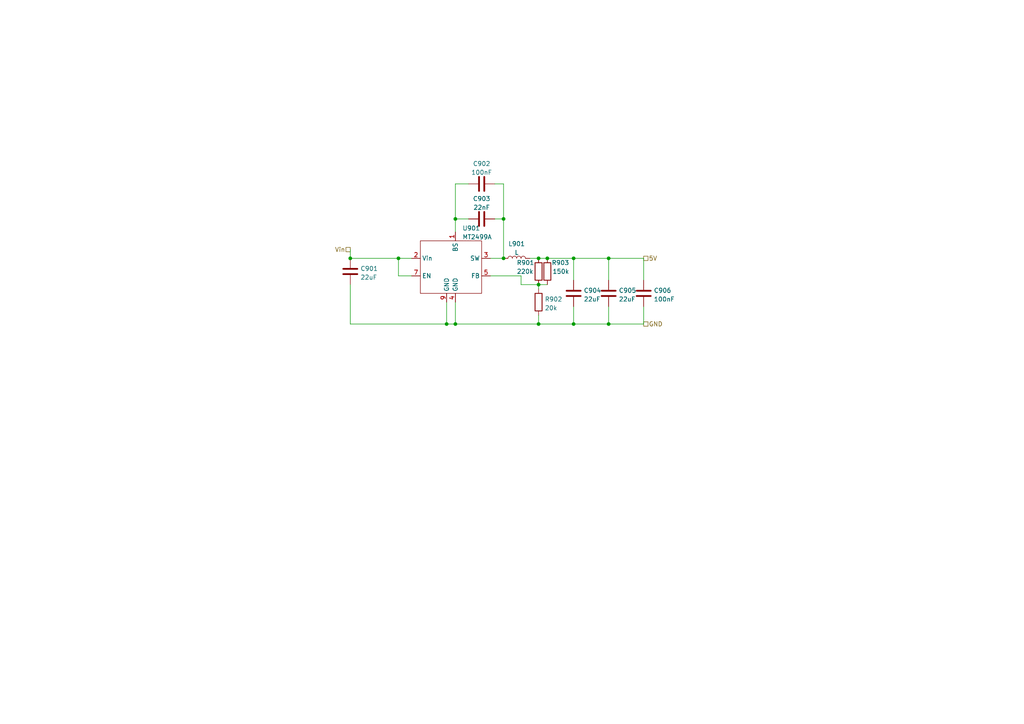
<source format=kicad_sch>
(kicad_sch (version 20230121) (generator eeschema)
  (paper "A4")
  (title_block (company "Train-Science"))
  (lib_symbols
    (symbol "Device:C" (pin_numbers hide) (pin_names (offset 0.254))
      (property "Reference" "C" (at 0.635 2.54 0))
      (property "Value" "C" (at 0.635 -2.54 0))
      (symbol "C_0_1"
        (polyline (pts (xy -2.032 -0.762) (xy 2.032 -0.762)) (stroke (width 0.508)))
        (polyline (pts (xy -2.032 0.762) (xy 2.032 0.762)) (stroke (width 0.508)))
      )
      (symbol "C_1_1"
        (pin passive line (at 0 3.81 270) (length 2.794) (name "~") (number "1"))
        (pin passive line (at 0 -3.81 90) (length 2.794) (name "~") (number "2"))
      )
    )
    (symbol "Device:L" (pin_numbers hide) (pin_names (offset 1.016) hide)
      (property "Reference" "L" (at -1.27 0 90))
      (property "Value" "L" (at 1.905 0 90))
      (symbol "L_0_1"
        (arc (start 0 -2.54) (mid 0.6323 -1.905) (end 0 -1.27))
        (arc (start 0 -1.27) (mid 0.6323 -0.635) (end 0 0))
        (arc (start 0 0) (mid 0.6323 0.635) (end 0 1.27))
        (arc (start 0 1.27) (mid 0.6323 1.905) (end 0 2.54))
      )
      (symbol "L_1_1"
        (pin passive line (at 0 3.81 270) (length 1.27) (name "1") (number "1"))
        (pin passive line (at 0 -3.81 90) (length 1.27) (name "2") (number "2"))
      )
    )
    (symbol "Device:R" (pin_numbers hide) (pin_names (offset 0))
      (property "Reference" "R" (at 2.032 0 90))
      (property "Value" "R" (at 0 0 90))
      (symbol "R_0_1"
        (rectangle (start -1.016 -2.54) (end 1.016 2.54) (stroke (width 0.254)))
      )
      (symbol "R_1_1"
        (pin passive line (at 0 3.81 270) (length 1.27) (name "~") (number "1"))
        (pin passive line (at 0 -3.81 90) (length 1.27) (name "~") (number "2"))
      )
    )
    (symbol "custom_kicad_lib_sk:MT499A"
      (property "Reference" "U1" (at 2.0194 9.999 0))
      (property "Value" "MT499A" (at 2.0194 7.4621 0))
      (symbol "MT499A_0_1"
        (rectangle (start -10.16 6.35) (end 7.62 -8.89) (stroke (width 0.1524)))
      )
      (symbol "MT499A_1_1"
        (pin input line (at 0 8.89 270) (length 2.54) (name "BS") (number "1"))
        (pin power_in line (at -12.7 1.27 0) (length 2.54) (name "Vin") (number "2"))
        (pin input line (at 10.16 1.27 180) (length 2.54) (name "SW") (number "3"))
        (pin power_in line (at 0 -11.43 90) (length 2.54) (name "GND") (number "4"))
        (pin input line (at 10.16 -3.81 180) (length 2.54) (name "FB") (number "5"))
        (pin no_connect line (at 8.89 -11.43 180) (length 2.54) hide (name "NC") (number "6"))
        (pin input line (at -12.7 -3.81 0) (length 2.54) (name "EN") (number "7"))
        (pin no_connect line (at 8.89 -13.97 180) (length 2.54) hide (name "NC") (number "8"))
        (pin input line (at -2.54 -11.43 90) (length 2.54) (name "GND") (number "9"))
      )
    )
  )
  (junction (at 101.6 74.93))
  (junction (at 176.53 93.98))
  (junction (at 176.53 74.93))
  (junction (at 166.37 74.93))
  (junction (at 115.57 74.93))
  (junction (at 158.75 74.93))
  (junction (at 146.05 74.93))
  (junction (at 156.21 82.55))
  (junction (at 156.21 74.93))
  (junction (at 129.54 93.98))
  (junction (at 156.21 93.98))
  (junction (at 146.05 63.5))
  (junction (at 166.37 93.98))
  (junction (at 132.08 63.5))
  (junction (at 132.08 93.98))
  (wire (pts (xy 115.57 74.93) (xy 119.38 74.93)))
  (wire (pts (xy 156.21 93.98) (xy 156.21 91.44)))
  (wire (pts (xy 166.37 93.98) (xy 156.21 93.98)))
  (wire (pts (xy 158.75 74.93) (xy 166.37 74.93)))
  (wire (pts (xy 129.54 87.63) (xy 129.54 93.98)))
  (wire (pts (xy 129.54 93.98) (xy 101.6 93.98)))
  (wire (pts (xy 156.21 82.55) (xy 156.21 83.82)))
  (wire (pts (xy 156.21 74.93) (xy 158.75 74.93)))
  (wire (pts (xy 101.6 74.93) (xy 115.57 74.93)))
  (wire (pts (xy 176.53 88.9) (xy 176.53 93.98)))
  (wire (pts (xy 166.37 74.93) (xy 176.53 74.93)))
  (wire (pts (xy 176.53 93.98) (xy 166.37 93.98)))
  (wire (pts (xy 132.08 93.98) (xy 129.54 93.98)))
  (wire (pts (xy 176.53 74.93) (xy 186.69 74.93)))
  (wire (pts (xy 156.21 93.98) (xy 132.08 93.98)))
  (wire (pts (xy 151.13 80.01) (xy 151.13 82.55)))
  (wire (pts (xy 135.89 53.34) (xy 132.08 53.34)))
  (wire (pts (xy 142.24 74.93) (xy 146.05 74.93)))
  (wire (pts (xy 153.67 74.93) (xy 156.21 74.93)))
  (wire (pts (xy 146.05 63.5) (xy 146.05 53.34)))
  (wire (pts (xy 176.53 74.93) (xy 176.53 81.28)))
  (wire (pts (xy 132.08 53.34) (xy 132.08 63.5)))
  (wire (pts (xy 115.57 74.93) (xy 115.57 80.01)))
  (wire (pts (xy 146.05 53.34) (xy 143.51 53.34)))
  (wire (pts (xy 186.69 88.9) (xy 186.69 93.98)))
  (wire (pts (xy 146.05 74.93) (xy 146.05 63.5)))
  (wire (pts (xy 166.37 88.9) (xy 166.37 93.98)))
  (wire (pts (xy 101.6 93.98) (xy 101.6 82.55)))
  (wire (pts (xy 166.37 81.28) (xy 166.37 74.93)))
  (wire (pts (xy 132.08 93.98) (xy 132.08 87.63)))
  (wire (pts (xy 186.69 81.28) (xy 186.69 74.93)))
  (wire (pts (xy 132.08 63.5) (xy 135.89 63.5)))
  (wire (pts (xy 119.38 80.01) (xy 115.57 80.01)))
  (wire (pts (xy 156.21 82.55) (xy 158.75 82.55)))
  (wire (pts (xy 101.6 72.39) (xy 101.6 74.93)))
  (wire (pts (xy 186.69 93.98) (xy 176.53 93.98)))
  (wire (pts (xy 151.13 82.55) (xy 156.21 82.55)))
  (wire (pts (xy 132.08 63.5) (xy 132.08 67.31)))
  (wire (pts (xy 146.05 63.5) (xy 143.51 63.5)))
  (wire (pts (xy 142.24 80.01) (xy 151.13 80.01)))
  (hierarchical_label "5V" (shape passive) (at 186.69 74.93 0))
  (hierarchical_label "GND" (shape passive) (at 186.69 93.98 0))
  (hierarchical_label "Vin" (shape passive) (at 101.6 72.39 180))
  (symbol (lib_id "Device:R") (at 158.75 78.74 180) (unit 1)
    (property "Reference" "R903" (at 165.1 76.2 0) (effects (justify left)))
    (property "Value" "150k" (at 165.1 78.74 0) (effects (justify left)))
    (property "Footprint" "Resistor_SMD:R_0603_1608Metric" (effects hide))
    (property "JLCPCB Part#" "C22807" (effects hide))
    (instances (project "OS-ServoDriver" (path "" (reference "R903") (unit 1))) (project "buck_5V" (path "" (reference "R903") (unit 1))) (project "general_schematics" (path "" (reference "R1503") (unit 1))))
  )
  (symbol (lib_id "Device:C") (at 139.7 53.34 90) (unit 1)
    (property "Reference" "C902" (at 139.7 47.4812 90))
    (property "Value" "100nF" (at 139.7 50.0181 90))
    (property "Footprint" "Capacitor_SMD:C_0402_1005Metric" (effects hide))
    (property "JLCPCB Part#" "C307331" (effects hide))
    (instances (project "OS-ServoDriver" (path "" (reference "C902") (unit 1))) (project "buck_5V" (path "" (reference "C902") (unit 1))) (project "general_schematics" (path "" (reference "C1502") (unit 1))))
  )
  (symbol (lib_id "Device:C") (at 139.7 63.5 90) (unit 1)
    (property "Reference" "C903" (at 139.7 57.6412 90))
    (property "Value" "22nF" (at 139.7 60.1781 90))
    (property "Footprint" "Capacitor_SMD:C_0402_1005Metric" (effects hide))
    (property "JLCPCB Part#" "C1729" (effects hide))
    (instances (project "OS-ServoDriver" (path "" (reference "C903") (unit 1))) (project "buck_5V" (path "" (reference "C903") (unit 1))) (project "general_schematics" (path "" (reference "C1503") (unit 1))))
  )
  (symbol (lib_id "Device:L") (at 149.86 74.93 90) (unit 1)
    (property "Reference" "L901" (at 149.86 70.7222 90))
    (property "Value" "L" (at 149.86 73.2591 90))
    (property "Footprint" "Inductor_SMD:L_Bourns-SRU8028_8.0x8.0mm" (effects hide))
    (property "JLCPCB Part#" "C2929438" (effects hide))
    (instances (project "OS-ServoDriver" (path "" (reference "L901") (unit 1))) (project "buck_5V" (path "" (reference "L901") (unit 1))) (project "general_schematics" (path "" (reference "L1501") (unit 1))))
  )
  (symbol (lib_id "Device:C") (at 176.53 85.09 0) (unit 1)
    (property "Reference" "C905" (at 179.451 84.2553 0) (effects (justify left)))
    (property "Value" "22uF" (at 179.451 86.7922 0) (effects (justify left)))
    (property "Footprint" "Capacitor_SMD:C_0603_1608Metric" (effects hide))
    (property "JLCPCB Part#" "C45783" (effects hide))
    (instances (project "OS-ServoDriver" (path "" (reference "C905") (unit 1))) (project "buck_5V" (path "" (reference "C905") (unit 1))) (project "general_schematics" (path "" (reference "C1505") (unit 1))))
  )
  (symbol (lib_id "Device:C") (at 101.6 78.74 0) (unit 1)
    (property "Reference" "C901" (at 104.521 77.9053 0) (effects (justify left)))
    (property "Value" "22uF" (at 104.521 80.4422 0) (effects (justify left)))
    (property "Footprint" "Capacitor_SMD:C_0603_1608Metric" (effects hide))
    (property "JLCPCB Part#" "C45783" (effects hide))
    (instances (project "OS-ServoDriver" (path "" (reference "C901") (unit 1))) (project "buck_5V" (path "" (reference "C901") (unit 1))) (project "general_schematics" (path "" (reference "C1501") (unit 1))))
  )
  (symbol (lib_id "Device:R") (at 156.21 87.63 0) (unit 1)
    (property "Reference" "R902" (at 157.988 86.7953 0) (effects (justify left)))
    (property "Value" "20k" (at 157.988 89.3322 0) (effects (justify left)))
    (property "Footprint" "Resistor_SMD:R_0603_1608Metric" (effects hide))
    (property "JLCPCB Part#" "C4328" (effects hide))
    (instances (project "OS-ServoDriver" (path "" (reference "R902") (unit 1))) (project "buck_5V" (path "" (reference "R902") (unit 1))) (project "general_schematics" (path "" (reference "R1502") (unit 1))))
  )
  (symbol (lib_id "custom_kicad_lib_sk:MT499A") (at 132.08 76.2 0) (unit 1)
    (property "Reference" "U901" (at 134.0994 66.201 0) (effects (justify left)))
    (property "Value" "MT2499A" (at 134.0994 68.7379 0) (effects (justify left)))
    (property "Footprint" "Package_SO:TI_SO-PowerPAD-8" (effects hide))
    (property "Datasheet" "https://datasheet.lcsc.com/lcsc/2205121200_XI-AN-Aerosemi-Tech-MT2499A_C3007555.pdf" (effects hide))
    (property "JLCPCB Part#" "C3007555" (effects hide))
    (instances (project "OS-ServoDriver" (path "" (reference "U901") (unit 1))) (project "buck_5V" (path "" (reference "U901") (unit 1))) (project "general_schematics" (path "" (reference "U1501") (unit 1))))
  )
  (symbol (lib_id "Device:C") (at 166.37 85.09 0) (unit 1)
    (property "Reference" "C904" (at 169.291 84.2553 0) (effects (justify left)))
    (property "Value" "22uF" (at 169.291 86.7922 0) (effects (justify left)))
    (property "Footprint" "Capacitor_SMD:C_0603_1608Metric" (effects hide))
    (property "JLCPCB Part#" "C45783" (effects hide))
    (instances (project "OS-ServoDriver" (path "" (reference "C904") (unit 1))) (project "buck_5V" (path "" (reference "C904") (unit 1))) (project "general_schematics" (path "" (reference "C1504") (unit 1))))
  )
  (symbol (lib_id "Device:R") (at 156.21 78.74 0) (unit 1)
    (property "Reference" "R901" (at 149.86 76.2 0) (effects (justify left)))
    (property "Value" "220k" (at 149.86 78.74 0) (effects (justify left)))
    (property "Footprint" "Resistor_SMD:R_0603_1608Metric" (effects hide))
    (property "JLCPCB Part#" "C22961" (effects hide))
    (instances (project "OS-ServoDriver" (path "" (reference "R901") (unit 1))) (project "buck_5V" (path "" (reference "R901") (unit 1))) (project "general_schematics" (path "" (reference "R1501") (unit 1))))
  )
  (symbol (lib_id "Device:C") (at 186.69 85.09 0) (unit 1)
    (property "Reference" "C906" (at 189.611 84.2553 0) (effects (justify left)))
    (property "Value" "100nF" (at 189.611 86.7922 0) (effects (justify left)))
    (property "Footprint" "Capacitor_SMD:C_0402_1005Metric" (effects hide))
    (property "JLCPCB Part#" "C307331" (effects hide))
    (instances (project "OS-ServoDriver" (path "" (reference "C906") (unit 1))) (project "buck_5V" (path "" (reference "C906") (unit 1))) (project "general_schematics" (path "" (reference "C1506") (unit 1))))
  )
)
</source>
